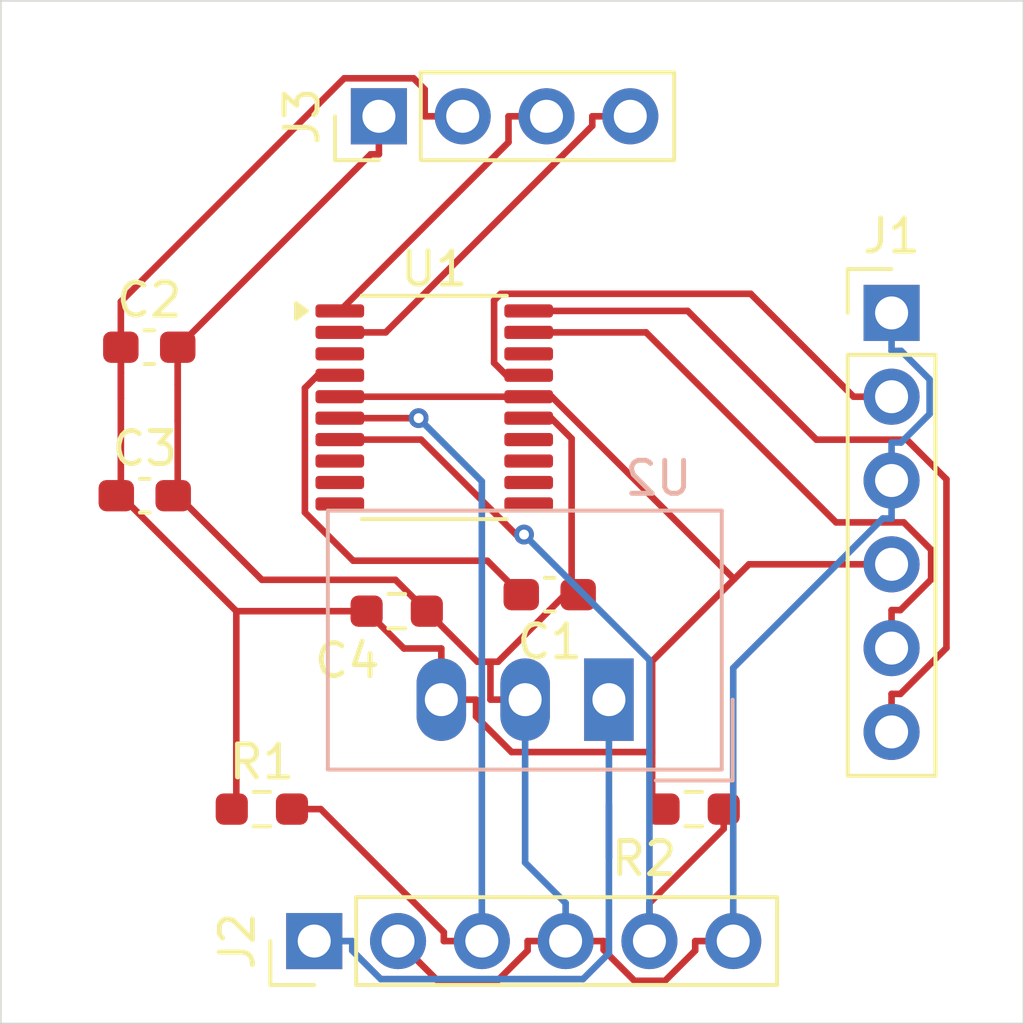
<source format=kicad_pcb>
(kicad_pcb (version 20240108) (generator "pcbnew") (generator_version "8.0")
  (title_block (comment 4 "AISLER Project ID: JBOAKYTV"))
  (layers (0 "F.Cu" signal) (31 "B.Cu" signal) (34 "B.Paste" user) (35 "F.Paste" user) (36 "B.SilkS" user "B.Silkscreen") (37 "F.SilkS" user "F.Silkscreen") (38 "B.Mask" user) (39 "F.Mask" user) (44 "Edge.Cuts" user))
  (net 0 "")
  (net 1 "GND")
  (net 2 "+3.3V")
  (net 3 "/SYS_SWDIO")
  (net 4 "/SYS_SWCLK")
  (net 5 "/ADC_INDOOR")
  (net 6 "/ADC_OUTDOOR")
  (net 8 "/USART1_TX_DBG")
  (net 16 "/I2C_SCL_DISPLAY")
  (net 17 "/I2C_SDA_DISPLAY")
  (net 18 "Net-(U1-NRST)")
  (net 19 "Net-(J2-Pin_1)")
  (footprint "MountingHole:MountingHole_2.2mm_M2" (layer "F.Cu") (at 201.5 111)
    (property "Reference" "H4" (hide yes))
    (property "Value" "MountingHole_Pad" (hide yes))
    (pad "" np_thru_hole circle (at 0 0) (size 2.2 2.2) (drill 2.2) (layers "*.Cu" "*.Mask"))
  )
  (footprint "Connector_PinHeader_2.54mm:PinHeader_1x06_P2.54mm_Vertical" (layer "F.Cu") (at 183.5 112 90)
    (property "Reference" "J2" (at 0 -2.33 90) (layer "F.SilkS"))
    (property "Value" "~")
    (fp_line (start -1.33 -1.33) (end 0 -1.33) (stroke (width 0.12)) (layer "F.SilkS"))
    (fp_line (start -1.33 0) (end -1.33 -1.33) (stroke (width 0.12)) (layer "F.SilkS"))
    (fp_line (start 1.33 1.27) (end 1.33 14.03) (stroke (width 0.12)) (layer "F.SilkS"))
    (fp_line (start -1.33 1.27) (end 1.33 1.27) (stroke (width 0.12)) (layer "F.SilkS"))
    (fp_line (start -1.33 1.27) (end -1.33 14.03) (stroke (width 0.12)) (layer "F.SilkS"))
    (fp_line (start -1.33 14.03) (end 1.33 14.03) (stroke (width 0.12)) (layer "F.SilkS"))
    (pad "1" thru_hole rect (at 0 0 90) (size 1.7 1.7) (drill 1) (layers "*.Cu" "*.Mask") (net 19 "Net-(J2-Pin_1)"))
    (pad "2" thru_hole oval (at 0 2.54 90) (size 1.7 1.7) (drill 1) (layers "*.Cu" "*.Mask") (net 1 "GND"))
    (pad "3" thru_hole oval (at 0 5.08 90) (size 1.7 1.7) (drill 1) (layers "*.Cu" "*.Mask") (net 5 "/ADC_INDOOR"))
    (pad "4" thru_hole oval (at 0 7.62 90) (size 1.7 1.7) (drill 1) (layers "*.Cu" "*.Mask") (net 1 "GND"))
    (pad "5" thru_hole oval (at 0 10.16 90) (size 1.7 1.7) (drill 1) (layers "*.Cu" "*.Mask") (net 6 "/ADC_OUTDOOR"))
    (pad "6" thru_hole oval (at 0 12.7 90) (size 1.7 1.7) (drill 1) (layers "*.Cu" "*.Mask") (net 1 "GND"))
  )
  (footprint "Capacitor_SMD:C_0603_1608Metric_Pad1.08x0.95mm_HandSolder" (layer "F.Cu") (at 190.6375 101.5 180)
    (property "Reference" "C1" (at 0 -1.43 0) (layer "F.SilkS"))
    (property "Value" "100n")
    (fp_line (start -0.146267 0.51) (end 0.146267 0.51) (stroke (width 0.12)) (layer "F.SilkS"))
    (fp_line (start -0.146267 -0.51) (end 0.146267 -0.51) (stroke (width 0.12)) (layer "F.SilkS"))
    (pad "1" smd roundrect (at -0.8625 0 180) (size 1.075 0.95) (layers "F.Cu" "F.Paste" "F.Mask") (net 1 "GND"))
    (pad "2" smd roundrect (at 0.8625 0 180) (size 1.075 0.95) (layers "F.Cu" "F.Paste" "F.Mask") (net 18 "Net-(U1-NRST)"))
  )
  (footprint "MountingHole:MountingHole_2.2mm_M2" (layer "F.Cu") (at 201.5 87)
    (property "Reference" "H2" (hide yes))
    (property "Value" "MountingHole_Pad" (hide yes))
    (pad "" np_thru_hole circle (at 0 0) (size 2.2 2.2) (drill 2.2) (layers "*.Cu" "*.Mask"))
  )
  (footprint "Package_SO:TSSOP-20_4.4x6.5mm_P0.65mm" (layer "F.Cu") (at 187.1375 95.825)
    (property "Reference" "U1" (at 0 -4.2 0) (layer "F.SilkS"))
    (property "Value" "STM32F042F6Px")
    (fp_line (start 0 -3.385) (end -2.2 -3.385) (stroke (width 0.12)) (layer "F.SilkS"))
    (fp_line (start 0 -3.385) (end 2.2 -3.385) (stroke (width 0.12)) (layer "F.SilkS"))
    (fp_line (start 0 3.385) (end -2.2 3.385) (stroke (width 0.12)) (layer "F.SilkS"))
    (fp_line (start 0 3.385) (end 2.2 3.385) (stroke (width 0.12)) (layer "F.SilkS"))
    (fp_poly (pts (xy -3.86 -2.925) (xy -4.19 -3.165) (xy -4.19 -2.685) (xy -3.86 -2.925)) (stroke (width 0.12)) (fill solid) (layer "F.SilkS"))
    (pad "1" smd roundrect (at -2.8625 -2.925) (size 1.475 0.4) (layers "F.Cu" "F.Paste" "F.Mask") (net 16 "/I2C_SCL_DISPLAY"))
    (pad "2" smd roundrect (at -2.8625 -2.275) (size 1.475 0.4) (layers "F.Cu" "F.Paste" "F.Mask") (net 17 "/I2C_SDA_DISPLAY"))
    (pad "3" smd roundrect (at -2.8625 -1.625) (size 1.475 0.4) (layers "F.Cu" "F.Paste" "F.Mask"))
    (pad "4" smd roundrect (at -2.8625 -0.975) (size 1.475 0.4) (layers "F.Cu" "F.Paste" "F.Mask") (net 18 "Net-(U1-NRST)"))
    (pad "5" smd roundrect (at -2.8625 -0.325) (size 1.475 0.4) (layers "F.Cu" "F.Paste" "F.Mask") (net 2 "+3.3V"))
    (pad "6" smd roundrect (at -2.8625 0.325) (size 1.475 0.4) (layers "F.Cu" "F.Paste" "F.Mask") (net 5 "/ADC_INDOOR"))
    (pad "7" smd roundrect (at -2.8625 0.975) (size 1.475 0.4) (layers "F.Cu" "F.Paste" "F.Mask") (net 6 "/ADC_OUTDOOR"))
    (pad "8" smd roundrect (at -2.8625 1.625) (size 1.475 0.4) (layers "F.Cu" "F.Paste" "F.Mask"))
    (pad "9" smd roundrect (at -2.8625 2.275) (size 1.475 0.4) (layers "F.Cu" "F.Paste" "F.Mask"))
    (pad "10" smd roundrect (at -2.8625 2.925) (size 1.475 0.4) (layers "F.Cu" "F.Paste" "F.Mask"))
    (pad "11" smd roundrect (at 2.8625 2.925) (size 1.475 0.4) (layers "F.Cu" "F.Paste" "F.Mask"))
    (pad "12" smd roundrect (at 2.8625 2.275) (size 1.475 0.4) (layers "F.Cu" "F.Paste" "F.Mask"))
    (pad "13" smd roundrect (at 2.8625 1.625) (size 1.475 0.4) (layers "F.Cu" "F.Paste" "F.Mask"))
    (pad "14" smd roundrect (at 2.8625 0.975) (size 1.475 0.4) (layers "F.Cu" "F.Paste" "F.Mask"))
    (pad "15" smd roundrect (at 2.8625 0.325) (size 1.475 0.4) (layers "F.Cu" "F.Paste" "F.Mask") (net 1 "GND"))
    (pad "16" smd roundrect (at 2.8625 -0.325) (size 1.475 0.4) (layers "F.Cu" "F.Paste" "F.Mask") (net 2 "+3.3V"))
    (pad "17" smd roundrect (at 2.8625 -0.975) (size 1.475 0.4) (layers "F.Cu" "F.Paste" "F.Mask") (net 8 "/USART1_TX_DBG"))
    (pad "18" smd roundrect (at 2.8625 -1.625) (size 1.475 0.4) (layers "F.Cu" "F.Paste" "F.Mask"))
    (pad "19" smd roundrect (at 2.8625 -2.275) (size 1.475 0.4) (layers "F.Cu" "F.Paste" "F.Mask") (net 3 "/SYS_SWDIO"))
    (pad "20" smd roundrect (at 2.8625 -2.925) (size 1.475 0.4) (layers "F.Cu" "F.Paste" "F.Mask") (net 4 "/SYS_SWCLK"))
  )
  (footprint "Resistor_SMD:R_0603_1608Metric_Pad0.98x0.95mm_HandSolder" (layer "F.Cu") (at 181.9125 108)
    (property "Reference" "R1" (at 0 -1.43 0) (layer "F.SilkS"))
    (property "Value" "R10k")
    (fp_line (start -0.254724 -0.5225) (end 0.254724 -0.5225) (stroke (width 0.12)) (layer "F.SilkS"))
    (fp_line (start -0.254724 0.5225) (end 0.254724 0.5225) (stroke (width 0.12)) (layer "F.SilkS"))
    (pad "1" smd roundrect (at -0.9125 0) (size 0.975 0.95) (layers "F.Cu" "F.Paste" "F.Mask") (net 2 "+3.3V"))
    (pad "2" smd roundrect (at 0.9125 0) (size 0.975 0.95) (layers "F.Cu" "F.Paste" "F.Mask") (net 5 "/ADC_INDOOR"))
  )
  (footprint "Capacitor_SMD:C_0603_1608Metric_Pad1.08x0.95mm_HandSolder" (layer "F.Cu") (at 178.3625 98.5)
    (property "Reference" "C3" (at 0 -1.43 0) (layer "F.SilkS"))
    (property "Value" "4,7u")
    (fp_line (start -0.146267 -0.51) (end 0.146267 -0.51) (stroke (width 0.12)) (layer "F.SilkS"))
    (fp_line (start -0.146267 0.51) (end 0.146267 0.51) (stroke (width 0.12)) (layer "F.SilkS"))
    (pad "1" smd roundrect (at -0.8625 0) (size 1.075 0.95) (layers "F.Cu" "F.Paste" "F.Mask") (net 2 "+3.3V"))
    (pad "2" smd roundrect (at 0.8625 0) (size 1.075 0.95) (layers "F.Cu" "F.Paste" "F.Mask") (net 1 "GND"))
  )
  (footprint "Connector_PinHeader_2.54mm:PinHeader_1x06_P2.54mm_Vertical" (layer "F.Cu") (at 201 92.96)
    (property "Reference" "J1" (at 0 -2.33 0) (layer "F.SilkS"))
    (property "Value" "DBG")
    (fp_line (start -1.33 -1.33) (end 0 -1.33) (stroke (width 0.12)) (layer "F.SilkS"))
    (fp_line (start -1.33 0) (end -1.33 -1.33) (stroke (width 0.12)) (layer "F.SilkS"))
    (fp_line (start -1.33 1.27) (end -1.33 14.03) (stroke (width 0.12)) (layer "F.SilkS"))
    (fp_line (start -1.33 1.27) (end 1.33 1.27) (stroke (width 0.12)) (layer "F.SilkS"))
    (fp_line (start -1.33 14.03) (end 1.33 14.03) (stroke (width 0.12)) (layer "F.SilkS"))
    (fp_line (start 1.33 1.27) (end 1.33 14.03) (stroke (width 0.12)) (layer "F.SilkS"))
    (pad "1" thru_hole rect (at 0 0) (size 1.7 1.7) (drill 1) (layers "*.Cu" "*.Mask") (net 1 "GND"))
    (pad "2" thru_hole oval (at 0 2.54) (size 1.7 1.7) (drill 1) (layers "*.Cu" "*.Mask") (net 8 "/USART1_TX_DBG"))
    (pad "3" thru_hole oval (at 0 5.08) (size 1.7 1.7) (drill 1) (layers "*.Cu" "*.Mask") (net 1 "GND"))
    (pad "4" thru_hole oval (at 0 7.62) (size 1.7 1.7) (drill 1) (layers "*.Cu" "*.Mask") (net 2 "+3.3V"))
    (pad "5" thru_hole oval (at 0 10.16) (size 1.7 1.7) (drill 1) (layers "*.Cu" "*.Mask") (net 3 "/SYS_SWDIO"))
    (pad "6" thru_hole oval (at 0 12.7) (size 1.7 1.7) (drill 1) (layers "*.Cu" "*.Mask") (net 4 "/SYS_SWCLK"))
  )
  (footprint "Connector_PinHeader_2.54mm:PinHeader_1x04_P2.54mm_Vertical" (layer "F.Cu") (at 185.46 87 90)
    (property "Reference" "J3" (at 0 -2.33 90) (layer "F.SilkS"))
    (property "Value" "Display")
    (fp_line (start -1.33 -1.33) (end 0 -1.33) (stroke (width 0.12)) (layer "F.SilkS"))
    (fp_line (start -1.33 0) (end -1.33 -1.33) (stroke (width 0.12)) (layer "F.SilkS"))
    (fp_line (start 1.33 1.27) (end 1.33 8.95) (stroke (width 0.12)) (layer "F.SilkS"))
    (fp_line (start -1.33 1.27) (end 1.33 1.27) (stroke (width 0.12)) (layer "F.SilkS"))
    (fp_line (start -1.33 1.27) (end -1.33 8.95) (stroke (width 0.12)) (layer "F.SilkS"))
    (fp_line (start -1.33 8.95) (end 1.33 8.95) (stroke (width 0.12)) (layer "F.SilkS"))
    (pad "1" thru_hole rect (at 0 0 90) (size 1.7 1.7) (drill 1) (layers "*.Cu" "*.Mask") (net 1 "GND"))
    (pad "2" thru_hole oval (at 0 2.54 90) (size 1.7 1.7) (drill 1) (layers "*.Cu" "*.Mask") (net 2 "+3.3V"))
    (pad "3" thru_hole oval (at 0 5.08 90) (size 1.7 1.7) (drill 1) (layers "*.Cu" "*.Mask") (net 16 "/I2C_SCL_DISPLAY"))
    (pad "4" thru_hole oval (at 0 7.62 90) (size 1.7 1.7) (drill 1) (layers "*.Cu" "*.Mask") (net 17 "/I2C_SDA_DISPLAY"))
  )
  (footprint "Resistor_SMD:R_0603_1608Metric_Pad0.98x0.95mm_HandSolder" (layer "F.Cu") (at 195 108 180)
    (property "Reference" "R2" (at 1.5 -1.5 0) (layer "F.SilkS"))
    (property "Value" "R10k")
    (fp_line (start -0.254724 0.5225) (end 0.254724 0.5225) (stroke (width 0.12)) (layer "F.SilkS"))
    (fp_line (start -0.254724 -0.5225) (end 0.254724 -0.5225) (stroke (width 0.12)) (layer "F.SilkS"))
    (pad "1" smd roundrect (at -0.9125 0 180) (size 0.975 0.95) (layers "F.Cu" "F.Paste" "F.Mask") (net 6 "/ADC_OUTDOOR"))
    (pad "2" smd roundrect (at 0.9125 0 180) (size 0.975 0.95) (layers "F.Cu" "F.Paste" "F.Mask") (net 2 "+3.3V"))
  )
  (footprint "Resistor_SMD:R_0603_1608Metric_Pad0.98x0.95mm_HandSolder" (layer "F.Cu") (at 186 102 180)
    (property "Reference" "C4" (at 1.5 -1.5 0) (layer "F.SilkS"))
    (property "Value" "22n")
    (fp_line (start -0.254724 0.5225) (end 0.254724 0.5225) (stroke (width 0.12)) (layer "F.SilkS"))
    (fp_line (start -0.254724 -0.5225) (end 0.254724 -0.5225) (stroke (width 0.12)) (layer "F.SilkS"))
    (pad "1" smd roundrect (at -0.9125 0 180) (size 0.975 0.95) (layers "F.Cu" "F.Paste" "F.Mask") (net 1 "GND"))
    (pad "2" smd roundrect (at 0.9125 0 180) (size 0.975 0.95) (layers "F.Cu" "F.Paste" "F.Mask") (net 2 "+3.3V"))
  )
  (footprint "Capacitor_SMD:C_0603_1608Metric_Pad1.08x0.95mm_HandSolder" (layer "F.Cu") (at 178.5 94)
    (property "Reference" "C2" (at 0 -1.43 0) (layer "F.SilkS"))
    (property "Value" "100n")
    (fp_line (start -0.146267 -0.51) (end 0.146267 -0.51) (stroke (width 0.12)) (layer "F.SilkS"))
    (fp_line (start -0.146267 0.51) (end 0.146267 0.51) (stroke (width 0.12)) (layer "F.SilkS"))
    (pad "1" smd roundrect (at -0.8625 0) (size 1.075 0.95) (layers "F.Cu" "F.Paste" "F.Mask") (net 2 "+3.3V"))
    (pad "2" smd roundrect (at 0.8625 0) (size 1.075 0.95) (layers "F.Cu" "F.Paste" "F.Mask") (net 1 "GND"))
  )
  (footprint "MountingHole:MountingHole_2.2mm_M2" (layer "F.Cu") (at 177.5 87)
    (property "Reference" "H1" (hide yes))
    (property "Value" "MountingHole_Pad" (hide yes))
    (pad "" np_thru_hole circle (at 0 0) (size 2.2 2.2) (drill 2.2) (layers "*.Cu" "*.Mask"))
  )
  (footprint "MountingHole:MountingHole_2.2mm_M2" (layer "F.Cu") (at 177.5 111)
    (property "Reference" "H3" (hide yes))
    (property "Value" "MountingHole_Pad" (hide yes))
    (pad "" np_thru_hole circle (at 0 0) (size 2.2 2.2) (drill 2.2) (layers "*.Cu" "*.Mask"))
  )
  (footprint "Converter_DCDC:Converter_DCDC_TRACO_TSR-1_THT" (layer "B.Cu") (at 192.4325 104.6825 180)
    (property "Reference" "U2" (at -1.5 6.71 0) (layer "B.SilkS") (effects (justify mirror)))
    (property "Value" "TSR_1-2433" (hide yes))
    (fp_line (start 8.52 5.73) (end -3.42 5.73) (stroke (width 0.12)) (layer "B.SilkS"))
    (fp_line (start 8.52 -2.12) (end 8.52 5.73) (stroke (width 0.12)) (layer "B.SilkS"))
    (fp_line (start -1.42 -2.45) (end -3.75 -2.45) (stroke (width 0.12)) (layer "B.SilkS"))
    (fp_line (start -3.42 5.73) (end -3.42 -2.12) (stroke (width 0.12)) (layer "B.SilkS"))
    (fp_line (start -3.42 -2.12) (end 8.52 -2.12) (stroke (width 0.12)) (layer "B.SilkS"))
    (fp_line (start -3.75 -2.45) (end -3.75 0) (stroke (width 0.12)) (layer "B.SilkS"))
    (pad "1" thru_hole rect (at 0 0 180) (size 1.5 2.5) (drill 1) (layers "*.Cu" "*.Mask") (net 19 "Net-(J2-Pin_1)"))
    (pad "2" thru_hole oval (at 2.54 0 180) (size 1.5 2.5) (drill 1) (layers "*.Cu" "*.Mask") (net 1 "GND"))
    (pad "3" thru_hole oval (at 5.08 0 180) (size 1.5 2.5) (drill 1) (layers "*.Cu" "*.Mask") (net 2 "+3.3V"))
  )
  (gr_rect (start 174 83.5) (end 205 114.5) (stroke (width 0.05)) (fill none) (layer "Edge.Cuts"))
  (segment (start 179.362 96.25) (end 179.362 96.2495) (width 0.2) (layer "F.Cu") (net 1))
  (segment (start 191.302 101.302) (end 191.302 96.7695) (width 0.2) (layer "F.Cu") (net 1))
  (segment (start 179.362 96.2495) (end 179.362 96.25) (width 0.2) (layer "F.Cu") (net 1))
  (segment (start 189.071 103.533) (end 191.302 101.302) (width 0.2) (layer "F.Cu") (net 1))
  (segment (start 179.362 94.5623) (end 179.362 95.1247) (width 0.2) (layer "F.Cu") (net 1))
  (segment (start 179.362 96.25) (end 179.362 98.5) (width 0.2) (layer "F.Cu") (net 1))
  (segment (start 192.272 112.268) (end 193.207 113.204) (width 0.2) (layer "F.Cu") (net 1))
  (segment (start 179.362 94.2811) (end 179.3625 94.2806) (width 0.2) (layer "F.Cu") (net 1))
  (segment (start 185.211 88.1517) (end 179.362 94) (width 0.2) (layer "F.Cu") (net 1))
  (segment (start 189.082 113.175) (end 187.215 113.175) (width 0.2) (layer "F.Cu") (net 1))
  (segment (start 181.912 101.05) (end 179.362 98.5) (width 0.2) (layer "F.Cu") (net 1))
  (segment (start 189.968 112.288) (end 189.082 113.175) (width 0.2) (layer "F.Cu") (net 1))
  (segment (start 179.362 95.1247) (end 179.362 94.5623) (width 0.2) (layer "F.Cu") (net 1))
  (segment (start 191.5 101.5) (end 191.302 101.302) (width 0.2) (layer "F.Cu") (net 1))
  (segment (start 195.048 112.288) (end 195.048 112) (width 0.2) (layer "F.Cu") (net 1))
  (segment (start 179.362 94.2811) (end 179.362 94.5623) (width 0.2) (layer "F.Cu") (net 1))
  (segment (start 179.362 95.1247) (end 179.362 96.2495) (width 0.2) (layer "F.Cu") (net 1))
  (segment (start 185.46 87) (end 185.46 88.1517) (width 0.2) (layer "F.Cu") (net 1))
  (segment (start 179.362 94) (end 179.362 94.2811) (width 0.2) (layer "F.Cu") (net 1))
  (segment (start 188.841 103.533) (end 189.071 103.533) (width 0.2) (layer "F.Cu") (net 1))
  (segment (start 186.9125 102) (end 186.9123 102.0002) (width 0.2) (layer "F.Cu") (net 1))
  (segment (start 192.272 112) (end 192.272 112.268) (width 0.2) (layer "F.Cu") (net 1))
  (segment (start 179.362 94.5623) (end 179.362 94.2811) (width 0.2) (layer "F.Cu") (net 1))
  (segment (start 191.12 112) (end 192.272 112) (width 0.2) (layer "F.Cu") (net 1))
  (segment (start 189.892 104.682) (end 188.841 104.682) (width 0.2) (layer "F.Cu") (net 1))
  (segment (start 188.841 104.682) (end 188.841 103.533) (width 0.2) (layer "F.Cu") (net 1))
  (segment (start 188.841 103.533) (end 188.445 103.533) (width 0.2) (layer "F.Cu") (net 1))
  (segment (start 194.133 113.204) (end 195.048 112.288) (width 0.2) (layer "F.Cu") (net 1))
  (segment (start 188.445 103.533) (end 186.9123 102.0002) (width 0.2) (layer "F.Cu") (net 1))
  (segment (start 179.3625 94.2806) (end 179.3625 94) (width 0.2) (layer "F.Cu") (net 1))
  (segment (start 191.302 96.7695) (end 190.682 96.15) (width 0.2) (layer "F.Cu") (net 1))
  (segment (start 195.048 112) (end 196.2 112) (width 0.2) (layer "F.Cu") (net 1))
  (segment (start 190.682 96.15) (end 190 96.15) (width 0.2) (layer "F.Cu") (net 1))
  (segment (start 187.215 113.175) (end 186.04 112) (width 0.2) (layer "F.Cu") (net 1))
  (segment (start 179.362 94.2811) (end 179.362 94) (width 0.2) (layer "F.Cu") (net 1))
  (segment (start 186.9123 102.0002) (end 185.962 101.05) (width 0.2) (layer "F.Cu") (net 1))
  (segment (start 185.962 101.05) (end 181.912 101.05) (width 0.2) (layer "F.Cu") (net 1))
  (segment (start 179.362 98.5) (end 179.225 98.5) (width 0.2) (layer "F.Cu") (net 1))
  (segment (start 193.207 113.204) (end 194.133 113.204) (width 0.2) (layer "F.Cu") (net 1))
  (segment (start 189.968 112) (end 189.968 112.288) (width 0.2) (layer "F.Cu") (net 1))
  (segment (start 185.46 88.1517) (end 185.211 88.1517) (width 0.2) (layer "F.Cu") (net 1))
  (segment (start 179.362 96.2495) (end 179.362 95.1247) (width 0.2) (layer "F.Cu") (net 1))
  (segment (start 189.8925 104.6825) (end 189.892 104.682) (width 0.2) (layer "F.Cu") (net 1))
  (segment (start 191.12 112) (end 189.968 112) (width 0.2) (layer "F.Cu") (net 1))
  (segment (start 201 98.04) (end 201 99.1917) (width 0.2) (layer "B.Cu") (net 1))
  (segment (start 191.12 110.848) (end 189.892 109.621) (width 0.2) (layer "B.Cu") (net 1))
  (segment (start 191.12 112) (end 191.12 110.848) (width 0.2) (layer "B.Cu") (net 1))
  (segment (start 201 92.96) (end 201 94.1117) (width 0.2) (layer "B.Cu") (net 1))
  (segment (start 201.288 96.8883) (end 201 96.8883) (width 0.2) (layer "B.Cu") (net 1))
  (segment (start 202.152 96.0245) (end 201.288 96.8883) (width 0.2) (layer "B.Cu") (net 1))
  (segment (start 189.8925 104.6825) (end 189.892 104.6825) (width 0.2) (layer "B.Cu") (net 1))
  (segment (start 201 94.1117) (end 201.288 94.1117) (width 0.2) (layer "B.Cu") (net 1))
  (segment (start 202.152 94.9754) (end 202.152 96.0245) (width 0.2) (layer "B.Cu") (net 1))
  (segment (start 189.892 109.621) (end 189.892 104.6825) (width 0.2) (layer "B.Cu") (net 1))
  (segment (start 201.288 94.1117) (end 202.152 94.9754) (width 0.2) (layer "B.Cu") (net 1))
  (segment (start 201 99.1917) (end 200.732 99.1917) (width 0.2) (layer "B.Cu") (net 1))
  (segment (start 200.732 99.1917) (end 196.2 103.723) (width 0.2) (layer "B.Cu") (net 1))
  (segment (start 196.2 103.723) (end 196.2 112) (width 0.2) (layer "B.Cu") (net 1))
  (segment (start 201 96.8883) (end 201 98.04) (width 0.2) (layer "B.Cu") (net 1))
  (segment (start 189.892 104.6825) (end 189.892 104.682) (width 0.2) (layer "B.Cu") (net 1))
  (segment (start 177.638 94.3896) (end 177.638 94.1948) (width 0.2) (layer "F.Cu") (net 2))
  (segment (start 196.677 100.58) (end 201 100.58) (width 0.2) (layer "F.Cu") (net 2))
  (segment (start 187.3525 104.682) (end 187.352 104.682) (width 0.2) (layer "F.Cu") (net 2))
  (segment (start 188.404 104.682) (end 187.3525 104.682) (width 0.2) (layer "F.Cu") (net 2))
  (segment (start 177.638 94.0003) (end 177.638 94.0007) (width 0.2) (layer "F.Cu") (net 2))
  (segment (start 186.218 103.131) (end 185.088 102) (width 0.2) (layer "F.Cu") (net 2))
  (segment (start 177.638 95.5591) (end 177.638 98.5) (width 0.2) (layer "F.Cu") (net 2))
  (segment (start 190 95.5) (end 184.275 95.5) (width 0.2) (layer "F.Cu") (net 2))
  (segment (start 190.699 95.5) (end 190 95.5) (width 0.2) (layer "F.Cu") (net 2))
  (segment (start 189.481 106.271) (end 188.404 105.194) (width 0.2) (layer "F.Cu") (net 2))
  (segment (start 187.352 103.131) (end 186.218 103.131) (width 0.2) (layer "F.Cu") (net 2))
  (segment (start 193.742 107.655) (end 193.742 106.271) (width 0.2) (layer "F.Cu") (net 2))
  (segment (start 186.848 86.1855) (end 186.511 85.8483) (width 0.2) (layer "F.Cu") (net 2))
  (segment (start 177.638 94) (end 177.638 94.0001) (width 0.2) (layer "F.Cu") (net 2))
  (segment (start 196.228 101.029) (end 196.677 100.58) (width 0.2) (layer "F.Cu") (net 2))
  (segment (start 181.138 102) (end 181.138 107.862) (width 0.2) (layer "F.Cu") (net 2))
  (segment (start 177.638 94.003) (end 177.638 94.0015) (width 0.2) (layer "F.Cu") (net 2))
  (segment (start 177.638 98.5) (end 177.5 98.5) (width 0.2) (layer "F.Cu") (net 2))
  (segment (start 177.638 94.006) (end 177.638 94.0121) (width 0.2) (layer "F.Cu") (net 2))
  (segment (start 187.352 104.682) (end 187.352 103.131) (width 0.2) (layer "F.Cu") (net 2))
  (segment (start 177.638 94.0487) (end 177.638 94.0243) (width 0.2) (layer "F.Cu") (net 2))
  (segment (start 194.0877 107.9998) (end 193.742 107.655) (width 0.2) (layer "F.Cu") (net 2))
  (segment (start 177.638 94.0487) (end 177.638 94.0974) (width 0.2) (layer "F.Cu") (net 2))
  (segment (start 177.638 94) (end 177.6375 94) (width 0.2) (layer "F.Cu") (net 2))
  (segment (start 177.638 94.3896) (end 177.638 94.7793) (width 0.2) (layer "F.Cu") (net 2))
  (segment (start 181.138 102) (end 177.638 98.5) (width 0.2) (layer "F.Cu") (net 2))
  (segment (start 177.638 94.0007) (end 177.638 94.0015) (width 0.2) (layer "F.Cu") (net 2))
  (segment (start 177.638 94.003) (end 177.638 94.006) (width 0.2) (layer "F.Cu") (net 2))
  (segment (start 196.228 101.029) (end 190.699 95.5) (width 0.2) (layer "F.Cu") (net 2))
  (segment (start 184.408 85.8483) (end 177.638 92.6183) (width 0.2) (layer "F.Cu") (net 2))
  (segment (start 177.638 94.0243) (end 177.638 94.0121) (width 0.2) (layer "F.Cu") (net 2))
  (segment (start 193.742 103.515) (end 196.228 101.029) (width 0.2) (layer "F.Cu") (net 2))
  (segment (start 177.638 94.0121) (end 177.638 94.0243) (width 0.2) (layer "F.Cu") (net 2))
  (segment (start 187.3525 104.6825) (end 187.3525 104.682) (width 0.2) (layer "F.Cu") (net 2))
  (segment (start 177.638 94.0003) (end 177.638 94.0001) (width 0.2) (layer "F.Cu") (net 2))
  (segment (start 177.638 94.1948) (end 177.638 94.0974) (width 0.2) (layer "F.Cu") (net 2))
  (segment (start 185.0875 102) (end 181.138 102) (width 0.2) (layer "F.Cu") (net 2))
  (segment (start 177.638 94.0015) (end 177.638 94.003) (width 0.2) (layer "F.Cu") (net 2))
  (segment (start 177.638 95.5591) (end 177.638 95.5586) (width 0.2) (layer "F.Cu") (net 2))
  (segment (start 186.511 85.8483) (end 184.408 85.8483) (width 0.2) (layer "F.Cu") (net 2))
  (segment (start 188.404 105.194) (end 188.404 104.682) (width 0.2) (layer "F.Cu") (net 2))
  (segment (start 193.742 106.271) (end 193.742 103.515) (width 0.2) (layer "F.Cu") (net 2))
  (segment (start 177.638 92.6183) (end 177.638 94) (width 0.2) (layer "F.Cu") (net 2))
  (segment (start 177.638 94.7793) (end 177.638 94.3896) (width 0.2) (layer "F.Cu") (net 2))
  (segment (start 177.638 94.006) (end 177.638 94.003) (width 0.2) (layer "F.Cu") (net 2))
  (segment (start 177.638 94.0001) (end 177.638 94.0003) (width 0.2) (layer "F.Cu") (net 2))
  (segment (start 194.088 108) (end 194.0877 107.9998) (width 0.2) (layer "F.Cu") (net 2))
  (segment (start 177.638 94.0007) (end 177.638 94.0003) (width 0.2) (layer "F.Cu") (net 2))
  (segment (start 194.0875 108) (end 194.0877 107.9998) (width 0.2) (layer "F.Cu") (net 2))
  (segment (start 185.088 102) (end 185.0875 102) (width 0.2) (layer "F.Cu") (net 2))
  (segment (start 193.742 106.271) (end 189.481 106.271) (width 0.2) (layer "F.Cu") (net 2))
  (segment (start 177.638 94.0001) (end 177.638 94) (width 0.2) (layer "F.Cu") (net 2))
  (segment (start 181.138 107.862) (end 181 108) (width 0.2) (layer "F.Cu") (net 2))
  (segment (start 177.638 94.0015) (end 177.638 94.0007) (width 0.2) (layer "F.Cu") (net 2))
  (segment (start 177.638 95.5586) (end 177.638 95.5591) (width 0.2) (layer "F.Cu") (net 2))
  (segment (start 188 87) (end 186.848 87) (width 0.2) (layer "F.Cu") (net 2))
  (segment (start 177.638 94.0121) (end 177.638 94.006) (width 0.2) (layer "F.Cu") (net 2))
  (segment (start 177.638 94.0243) (end 177.638 94.0487) (width 0.2) (layer "F.Cu") (net 2))
  (segment (start 177.638 94.1948) (end 177.638 94.3896) (width 0.2) (layer "F.Cu") (net 2))
  (segment (start 177.638 94.7793) (end 177.638 95.5586) (width 0.2) (layer "F.Cu") (net 2))
  (segment (start 186.848 87) (end 186.848 86.1855) (width 0.2) (layer "F.Cu") (net 2))
  (segment (start 177.638 95.5586) (end 177.638 94.7793) (width 0.2) (layer "F.Cu") (net 2))
  (segment (start 177.638 94.0974) (end 177.638 94.1948) (width 0.2) (layer "F.Cu") (net 2))
  (segment (start 177.638 94.0974) (end 177.638 94.0487) (width 0.2) (layer "F.Cu") (net 2))
  (segment (start 190 93.55) (end 193.558 93.55) (width 0.2) (layer "F.Cu") (net 3))
  (segment (start 202.199 101.038) (end 201.268 101.968) (width 0.2) (layer "F.Cu") (net 3))
  (segment (start 202.199 100.138) (end 202.199 101.038) (width 0.2) (layer "F.Cu") (net 3))
  (segment (start 193.558 93.55) (end 199.318 99.31) (width 0.2) (layer "F.Cu") (net 3))
  (segment (start 199.318 99.31) (end 201.371 99.31) (width 0.2) (layer "F.Cu") (net 3))
  (segment (start 201.371 99.31) (end 202.199 100.138) (width 0.2) (layer "F.Cu") (net 3))
  (segment (start 201.268 101.968) (end 201 101.968) (width 0.2) (layer "F.Cu") (net 3))
  (segment (start 201 101.968) (end 201 103.12) (width 0.2) (layer "F.Cu") (net 3))
  (segment (start 194.82 92.9) (end 198.721 96.8017) (width 0.2) (layer "F.Cu") (net 4))
  (segment (start 201.461 96.8017) (end 202.663 98.0043) (width 0.2) (layer "F.Cu") (net 4))
  (segment (start 201 104.508) (end 201 105.66) (width 0.2) (layer "F.Cu") (net 4))
  (segment (start 202.663 98.0043) (end 202.663 103.114) (width 0.2) (layer "F.Cu") (net 4))
  (segment (start 198.721 96.8017) (end 201.461 96.8017) (width 0.2) (layer "F.Cu") (net 4))
  (segment (start 201.268 104.508) (end 201 104.508) (width 0.2) (layer "F.Cu") (net 4))
  (segment (start 202.663 103.114) (end 201.268 104.508) (width 0.2) (layer "F.Cu") (net 4))
  (segment (start 190 92.9) (end 194.82 92.9) (width 0.2) (layer "F.Cu") (net 4))
  (segment (start 186.664 96.15) (end 184.275 96.15) (width 0.2) (layer "F.Cu") (net 5))
  (segment (start 188.58 112) (end 187.428 112) (width 0.2) (layer "F.Cu") (net 5))
  (segment (start 187.428 111.732) (end 183.697 108) (width 0.2) (layer "F.Cu") (net 5))
  (segment (start 183.697 108) (end 182.825 108) (width 0.2) (layer "F.Cu") (net 5))
  (segment (start 187.428 112) (end 187.428 111.732) (width 0.2) (layer "F.Cu") (net 5))
  (via (at 186.664 96.15) (size 0.6) (drill 0.3) (layers "F.Cu" "B.Cu") (net 5))
  (segment (start 186.664 96.15) (end 188.58 98.0662) (width 0.2) (layer "B.Cu") (net 5))
  (segment (start 188.58 98.0662) (end 188.58 112) (width 0.2) (layer "B.Cu") (net 5))
  (segment (start 193.66 112) (end 193.66 110.848) (width 0.2) (layer "F.Cu") (net 6))
  (segment (start 195.912 108.596) (end 195.912 108.447) (width 0.2) (layer "F.Cu") (net 6))
  (segment (start 195.912 108.447) (end 195.912 108.298) (width 0.2) (layer "F.Cu") (net 6))
  (segment (start 186.738 96.8) (end 184.275 96.8) (width 0.2) (layer "F.Cu") (net 6))
  (segment (start 189.616 99.6783) (end 186.738 96.8) (width 0.2) (layer "F.Cu") (net 6))
  (segment (start 189.859 99.6783) (end 189.616 99.6783) (width 0.2) (layer "F.Cu") (net 6))
  (segment (start 195.912 108.447) (end 195.9125 108.4465) (width 0.2) (layer "F.Cu") (net 6))
  (segment (start 193.66 110.848) (end 195.912 108.596) (width 0.2) (layer "F.Cu") (net 6))
  (segment (start 195.9125 108.4465) (end 195.9125 108) (width 0.2) (layer "F.Cu") (net 6))
  (via (at 189.859 99.6783) (size 0.6) (drill 0.3) (layers "F.Cu" "B.Cu") (net 6))
  (segment (start 193.66 103.48) (end 189.859 99.6783) (width 0.2) (layer "B.Cu") (net 6))
  (segment (start 193.66 112) (end 193.66 103.48) (width 0.2) (layer "B.Cu") (net 6))
  (segment (start 189.326 94.85) (end 190 94.85) (width 0.2) (layer "F.Cu") (net 8))
  (segment (start 201 95.5) (end 199.848 95.5) (width 0.2) (layer "F.Cu") (net 8))
  (segment (start 196.729 92.3809) (end 189.155 92.3809) (width 0.2) (layer "F.Cu") (net 8))
  (segment (start 189.155 92.3809) (end 188.952 92.5835) (width 0.2) (layer "F.Cu") (net 8))
  (segment (start 188.952 94.4761) (end 189.326 94.85) (width 0.2) (layer "F.Cu") (net 8))
  (segment (start 188.952 92.5835) (end 188.952 94.4761) (width 0.2) (layer "F.Cu") (net 8))
  (segment (start 199.848 95.5) (end 196.729 92.3809) (width 0.2) (layer "F.Cu") (net 8))
  (segment (start 189.388 87.7867) (end 184.275 92.9) (width 0.2) (layer "F.Cu") (net 16))
  (segment (start 190.54 87) (end 189.388 87) (width 0.2) (layer "F.Cu") (net 16))
  (segment (start 189.388 87) (end 189.388 87.7867) (width 0.2) (layer "F.Cu") (net 16))
  (segment (start 185.666 93.55) (end 184.275 93.55) (width 0.2) (layer "F.Cu") (net 17))
  (segment (start 191.928 87.2879) (end 185.666 93.55) (width 0.2) (layer "F.Cu") (net 17))
  (segment (start 193.08 87) (end 191.928 87) (width 0.2) (layer "F.Cu") (net 17))
  (segment (start 191.928 87) (end 191.928 87.2879) (width 0.2) (layer "F.Cu") (net 17))
  (segment (start 184.68 100.471) (end 183.217 99.0071) (width 0.2) (layer "F.Cu") (net 18))
  (segment (start 183.217 99.0071) (end 183.217 95.2375) (width 0.2) (layer "F.Cu") (net 18))
  (segment (start 183.604 94.85) (end 184.275 94.85) (width 0.2) (layer "F.Cu") (net 18))
  (segment (start 183.217 95.2375) (end 183.604 94.85) (width 0.2) (layer "F.Cu") (net 18))
  (segment (start 188.746 100.471) (end 184.68 100.471) (width 0.2) (layer "F.Cu") (net 18))
  (segment (start 189.775 101.5) (end 188.746 100.471) (width 0.2) (layer "F.Cu") (net 18))
  (segment (start 185.515 113.152) (end 191.648 113.152) (width 0.2) (layer "B.Cu") (net 19))
  (segment (start 191.648 113.152) (end 192.432 112.368) (width 0.2) (layer "B.Cu") (net 19))
  (segment (start 192.4325 109.4575) (end 192.4325 104.6825) (width 0.2) (layer "B.Cu") (net 19))
  (segment (start 192.432 109.458) (end 192.432 107.866) (width 0.2) (layer "B.Cu") (net 19))
  (segment (start 184.652 112) (end 184.652 112.288) (width 0.2) (layer "B.Cu") (net 19))
  (segment (start 184.652 112.288) (end 185.515 113.152) (width 0.2) (layer "B.Cu") (net 19))
  (segment (start 192.432 109.458) (end 192.4325 109.4575) (width 0.2) (layer "B.Cu") (net 19))
  (segment (start 183.5 112) (end 184.652 112) (width 0.2) (layer "B.Cu") (net 19))
  (segment (start 192.432 112.368) (end 192.432 109.458) (width 0.2) (layer "B.Cu") (net 19))
)
</source>
